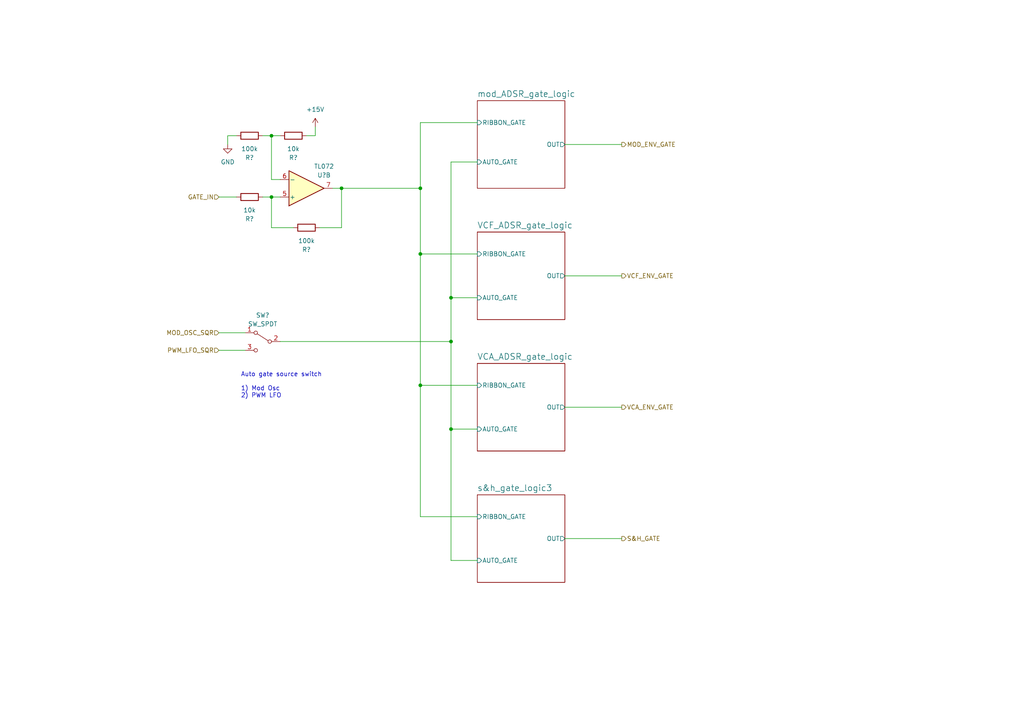
<source format=kicad_sch>
(kicad_sch (version 20211123) (generator eeschema)
  (paper "A4")
  (title_block (title "Josh Ox Ribbon Synth Ribbon board") (date "2022-06-16") (rev "0") (comment 1 "creativecommons.org/licences/by/4.0") (comment 2 "license: CC by 4.0") (comment 3 "Author: Jordan Aceto"))
  (lib_symbols
    (symbol "Amplifier_Operational:TL072" (pin_names (offset 0.127))
      (property "Reference" "U" (at 0 5.08 0))
      (property "Value" "TL072" (at 0 -5.08 0))
      (symbol "TL072_1_1"
        (polyline (pts (xy -5.08 5.08) (xy 5.08 0) (xy -5.08 -5.08) (xy -5.08 5.08)) (stroke (width 0.254)) (fill (type background)))
        (pin output line (at 7.62 0 180) (length 2.54) (name "~") (number "1"))
        (pin input line (at -7.62 -2.54 0) (length 2.54) (name "-") (number "2"))
        (pin input line (at -7.62 2.54 0) (length 2.54) (name "+") (number "3"))
      )
      (symbol "TL072_2_1"
        (polyline (pts (xy -5.08 5.08) (xy 5.08 0) (xy -5.08 -5.08) (xy -5.08 5.08)) (stroke (width 0.254)) (fill (type background)))
        (pin input line (at -7.62 2.54 0) (length 2.54) (name "+") (number "5"))
        (pin input line (at -7.62 -2.54 0) (length 2.54) (name "-") (number "6"))
        (pin output line (at 7.62 0 180) (length 2.54) (name "~") (number "7"))
      )
      (symbol "TL072_3_1"
        (pin power_in line (at -2.54 -7.62 90) (length 3.81) (name "V-") (number "4"))
        (pin power_in line (at -2.54 7.62 270) (length 3.81) (name "V+") (number "8"))
      )
    )
    (symbol "Device:R" (pin_numbers hide) (pin_names (offset 0))
      (property "Reference" "R" (at 2.032 0 90))
      (property "Value" "R" (at 0 0 90))
      (symbol "R_0_1"
        (rectangle (start -1.016 -2.54) (end 1.016 2.54) (stroke (width 0.254)))
      )
      (symbol "R_1_1"
        (pin passive line (at 0 3.81 270) (length 1.27) (name "~") (number "1"))
        (pin passive line (at 0 -3.81 90) (length 1.27) (name "~") (number "2"))
      )
    )
    (symbol "Switch:SW_SPDT" (pin_names (offset 0) hide)
      (property "Reference" "SW" (at 0 4.318 0))
      (property "Value" "SW_SPDT" (at 0 -5.08 0))
      (symbol "SW_SPDT_0_0"
        (circle (center -2.032 0) (radius 0.508))
        (circle (center 2.032 -2.54) (radius 0.508))
      )
      (symbol "SW_SPDT_0_1"
        (polyline (pts (xy -1.524 0.254) (xy 1.651 2.286)))
        (circle (center 2.032 2.54) (radius 0.508))
      )
      (symbol "SW_SPDT_1_1"
        (pin passive line (at 5.08 2.54 180) (length 2.54) (name "A") (number "1"))
        (pin passive line (at -5.08 0 0) (length 2.54) (name "B") (number "2"))
        (pin passive line (at 5.08 -2.54 180) (length 2.54) (name "C") (number "3"))
      )
    )
    (symbol "power:+15V" (power) (pin_names (offset 0))
      (property "Value" "+15V" (at 0 3.556 0))
      (symbol "+15V_0_1"
        (polyline (pts (xy -0.762 1.27) (xy 0 2.54)))
        (polyline (pts (xy 0 0) (xy 0 2.54)))
        (polyline (pts (xy 0 2.54) (xy 0.762 1.27)))
      )
      (symbol "+15V_1_1"
        (pin power_in line (at 0 0 90) (length 0) hide (name "+15V") (number "1"))
      )
    )
    (symbol "power:GND" (power) (pin_names (offset 0))
      (property "Value" "GND" (at 0 -3.81 0))
      (symbol "GND_0_1"
        (polyline (pts (xy 0 0) (xy 0 -1.27) (xy 1.27 -1.27) (xy 0 -2.54) (xy -1.27 -1.27) (xy 0 -1.27)))
      )
      (symbol "GND_1_1"
        (pin power_in line (at 0 0 270) (length 0) hide (name "GND") (number "1"))
      )
    )
  )
  (junction (at 130.81 99.06))
  (junction (at 121.92 54.61))
  (junction (at 78.74 57.15))
  (junction (at 130.81 124.46))
  (junction (at 78.74 39.37))
  (junction (at 121.92 111.76))
  (junction (at 99.06 54.61))
  (junction (at 121.92 73.66))
  (junction (at 130.81 86.36))
  (wire (pts (xy 130.81 46.99) (xy 130.81 86.36)))
  (wire (pts (xy 121.92 111.76) (xy 138.43 111.76)))
  (wire (pts (xy 78.74 39.37) (xy 81.28 39.37)))
  (wire (pts (xy 66.04 39.37) (xy 68.58 39.37)))
  (wire (pts (xy 163.83 156.21) (xy 180.34 156.21)))
  (wire (pts (xy 78.74 52.07) (xy 81.28 52.07)))
  (wire (pts (xy 78.74 66.04) (xy 78.74 57.15)))
  (wire (pts (xy 163.83 118.11) (xy 180.34 118.11)))
  (wire (pts (xy 163.83 41.91) (xy 180.34 41.91)))
  (wire (pts (xy 66.04 41.91) (xy 66.04 39.37)))
  (wire (pts (xy 96.52 54.61) (xy 99.06 54.61)))
  (wire (pts (xy 63.5 101.6) (xy 71.12 101.6)))
  (wire (pts (xy 63.5 96.52) (xy 71.12 96.52)))
  (wire (pts (xy 138.43 35.56) (xy 121.92 35.56)))
  (wire (pts (xy 91.44 39.37) (xy 88.9 39.37)))
  (wire (pts (xy 130.81 86.36) (xy 130.81 99.06)))
  (wire (pts (xy 85.09 66.04) (xy 78.74 66.04)))
  (wire (pts (xy 130.81 124.46) (xy 138.43 124.46)))
  (wire (pts (xy 121.92 73.66) (xy 121.92 111.76)))
  (wire (pts (xy 81.28 99.06) (xy 130.81 99.06)))
  (wire (pts (xy 138.43 46.99) (xy 130.81 46.99)))
  (wire (pts (xy 99.06 54.61) (xy 99.06 66.04)))
  (wire (pts (xy 99.06 66.04) (xy 92.71 66.04)))
  (wire (pts (xy 130.81 99.06) (xy 130.81 124.46)))
  (wire (pts (xy 78.74 57.15) (xy 81.28 57.15)))
  (wire (pts (xy 76.2 57.15) (xy 78.74 57.15)))
  (wire (pts (xy 99.06 54.61) (xy 121.92 54.61)))
  (wire (pts (xy 121.92 149.86) (xy 138.43 149.86)))
  (wire (pts (xy 91.44 36.83) (xy 91.44 39.37)))
  (wire (pts (xy 63.5 57.15) (xy 68.58 57.15)))
  (wire (pts (xy 76.2 39.37) (xy 78.74 39.37)))
  (wire (pts (xy 130.81 86.36) (xy 138.43 86.36)))
  (wire (pts (xy 121.92 73.66) (xy 138.43 73.66)))
  (wire (pts (xy 121.92 35.56) (xy 121.92 54.61)))
  (wire (pts (xy 78.74 39.37) (xy 78.74 52.07)))
  (wire (pts (xy 163.83 80.01) (xy 180.34 80.01)))
  (wire (pts (xy 130.81 162.56) (xy 138.43 162.56)))
  (wire (pts (xy 130.81 124.46) (xy 130.81 162.56)))
  (wire (pts (xy 121.92 111.76) (xy 121.92 149.86)))
  (wire (pts (xy 121.92 54.61) (xy 121.92 73.66)))
  (text "Auto gate source switch\n\n1) Mod Osc\n2) PWM LFO" (at 69.85 115.57 0) (effects (font (size 1.27 1.27)) (justify left bottom)))
  (hierarchical_label "VCF_ENV_GATE" (shape output) (at 180.34 80.01 0))
  (hierarchical_label "MOD_ENV_GATE" (shape output) (at 180.34 41.91 0))
  (hierarchical_label "VCA_ENV_GATE" (shape output) (at 180.34 118.11 0))
  (hierarchical_label "PWM_LFO_SQR" (shape input) (at 63.5 101.6 180))
  (hierarchical_label "S&H_GATE" (shape output) (at 180.34 156.21 0))
  (hierarchical_label "GATE_IN" (shape input) (at 63.5 57.15 180))
  (hierarchical_label "MOD_OSC_SQR" (shape input) (at 63.5 96.52 180))
  (symbol (lib_id "Amplifier_Operational:TL072") (at 88.9 54.61 0) (mirror x) (unit 2)
    (property "Reference" "U?" (at 93.98 50.8 0))
    (property "Value" "TL072" (at 93.98 48.26 0))
    (property "Footprint" "Package_SO:SO-8_5.3x6.2mm_P1.27mm" (effects hide))
    (property "Datasheet" "http://www.ti.com/lit/ds/symlink/tl071.pdf" (effects hide))
  )
  (symbol (lib_id "Device:R") (at 72.39 39.37 90) (mirror x) (unit 1)
    (property "Reference" "R?" (at 72.39 45.72 90))
    (property "Value" "100k" (at 72.39 43.18 90))
    (property "Footprint" "Resistor_SMD:R_0805_2012Metric" (effects hide))
  )
  (symbol (lib_id "Switch:SW_SPDT") (at 76.2 99.06 0) (mirror y) (unit 1)
    (property "Reference" "SW?" (at 76.2 91.44 0))
    (property "Value" "SW_SPDT" (at 76.2 93.98 0))
  )
  (symbol (lib_id "Device:R") (at 72.39 57.15 90) (mirror x) (unit 1)
    (property "Reference" "R?" (at 72.39 63.5 90))
    (property "Value" "10k" (at 72.39 60.96 90))
    (property "Footprint" "Resistor_SMD:R_0805_2012Metric" (effects hide))
  )
  (symbol (lib_id "power:+15V") (at 91.44 36.83 0) (unit 1)
    (property "Reference" "#PWR?" (effects hide))
    (property "Value" "+15V" (at 91.44 31.75 0))
  )
  (symbol (lib_id "power:GND") (at 66.04 41.91 0) (mirror y) (unit 1)
    (property "Reference" "#PWR?" (effects hide))
    (property "Value" "GND" (at 66.04 46.99 0))
  )
  (symbol (lib_id "Device:R") (at 85.09 39.37 90) (mirror x) (unit 1)
    (property "Reference" "R?" (at 85.09 45.72 90))
    (property "Value" "10k" (at 85.09 43.18 90))
    (property "Footprint" "Resistor_SMD:R_0805_2012Metric" (effects hide))
  )
  (symbol (lib_id "Device:R") (at 88.9 66.04 90) (mirror x) (unit 1)
    (property "Reference" "R?" (at 88.9 72.39 90))
    (property "Value" "100k" (at 88.9 69.85 90))
    (property "Footprint" "Resistor_SMD:R_0805_2012Metric" (effects hide))
  )
  (sheet (at 138.43 29.21) (size 25.4 25.4) (stroke (width 0.1524))
    (property "Sheet name" "mod_ADSR_gate_logic" (at 138.43 28.2584 0) (effects (font (size 1.75 1.75)) (justify left bottom)))
    (property "Sheet file" "gate_logic.kicad_sch" (effects hide))
    (pin "OUT" output (at 163.83 41.91 0))
    (pin "AUTO_GATE" input (at 138.43 46.99 180))
    (pin "RIBBON_GATE" input (at 138.43 35.56 180))
  )
  (sheet (at 138.43 143.51) (size 25.4 25.4) (stroke (width 0.1524))
    (property "Sheet name" "s&h_gate_logic3" (at 138.43 142.5584 0) (effects (font (size 1.75 1.75)) (justify left bottom)))
    (property "Sheet file" "gate_logic.kicad_sch" (effects hide))
    (pin "OUT" output (at 163.83 156.21 0))
    (pin "AUTO_GATE" input (at 138.43 162.56 180))
    (pin "RIBBON_GATE" input (at 138.43 149.86 180))
  )
  (sheet (at 138.43 67.31) (size 25.4 25.4) (stroke (width 0.1524))
    (property "Sheet name" "VCF_ADSR_gate_logic" (at 138.43 66.3584 0) (effects (font (size 1.75 1.75)) (justify left bottom)))
    (property "Sheet file" "gate_logic.kicad_sch" (effects hide))
    (pin "OUT" output (at 163.83 80.01 0))
    (pin "AUTO_GATE" input (at 138.43 86.36 180))
    (pin "RIBBON_GATE" input (at 138.43 73.66 180))
  )
  (sheet (at 138.43 105.41) (size 25.4 25.4) (stroke (width 0.1524))
    (property "Sheet name" "VCA_ADSR_gate_logic" (at 138.43 104.4584 0) (effects (font (size 1.75 1.75)) (justify left bottom)))
    (property "Sheet file" "gate_logic.kicad_sch" (effects hide))
    (pin "OUT" output (at 163.83 118.11 0))
    (pin "AUTO_GATE" input (at 138.43 124.46 180))
    (pin "RIBBON_GATE" input (at 138.43 111.76 180))
  )
)
</source>
